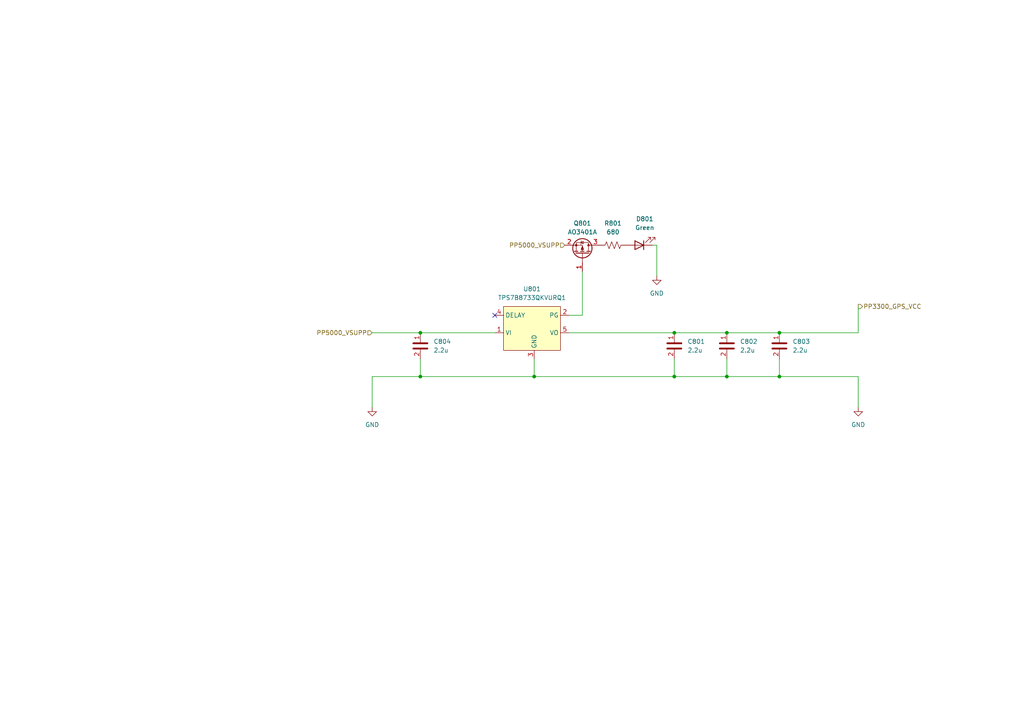
<source format=kicad_sch>
(kicad_sch (version 20250114) (generator "eeschema") (generator_version "9.0")
  (paper "A4")
  (lib_symbols
    (symbol "bfr_capacitors:CL05A225MQ5NSNC"
      (property "Reference" "C" (at 0 2.54 0))
      (property "Value" "2.2u" (at 1.27 2.54 0))
      (symbol "CL05A225MQ5NSNC_0_1"
        (polyline (pts (xy -2.032 0.762) (xy 2.032 0.762)) (stroke (width 0.508)))
        (polyline (pts (xy -2.032 -0.762) (xy 2.032 -0.762)) (stroke (width 0.508)))
      )
      (symbol "CL05A225MQ5NSNC_1_1"
        (pin passive line (at 0 3.81 270) (length 2.794) (name "~") (number "1"))
        (pin passive line (at 0 -3.81 90) (length 2.794) (name "~") (number "2"))
      )
    )
    (symbol "bfr_capacitors:CL21A225KBQNNNE"
      (property "Reference" "C" (at 0 2.54 0))
      (property "Value" "2.2u" (at 1.27 2.54 0))
      (symbol "CL21A225KBQNNNE_0_1"
        (polyline (pts (xy -2.032 0.762) (xy 2.032 0.762)) (stroke (width 0.508)))
        (polyline (pts (xy -2.032 -0.762) (xy 2.032 -0.762)) (stroke (width 0.508)))
      )
      (symbol "CL21A225KBQNNNE_1_1"
        (pin passive line (at 0 3.81 270) (length 2.794) (name "~") (number "1"))
        (pin passive line (at 0 -3.81 90) (length 2.794) (name "~") (number "2"))
      )
    )
    (symbol "bfr_diodes:KT-0805G" (pin_numbers (hide yes)) (pin_names (offset 1.016) (hide yes)) (exclude_from_sim yes)
      (property "Reference" "D" (at 0 2.54 0))
      (property "Value" "Green" (at 0 -2.54 0))
      (symbol "KT-0805G_0_1"
        (polyline (pts (xy -3.048 -0.762) (xy -4.572 -2.286) (xy -3.81 -2.286) (xy -4.572 -2.286) (xy -4.572 -1.524)))
        (polyline (pts (xy -1.778 -0.762) (xy -3.302 -2.286) (xy -2.54 -2.286) (xy -3.302 -2.286) (xy -3.302 -1.524)))
        (polyline (pts (xy -1.27 0) (xy 1.27 0)))
        (polyline (pts (xy -1.27 -1.27) (xy -1.27 1.27)) (stroke (width 0.254)))
        (polyline (pts (xy 1.27 -1.27) (xy 1.27 1.27) (xy -1.27 0) (xy 1.27 -1.27)) (stroke (width 0.254)))
      )
      (symbol "KT-0805G_1_1"
        (pin passive line (at -3.81 0 0) (length 2.54) (name "K") (number "1"))
        (pin passive line (at 3.81 0 180) (length 2.54) (name "A") (number "2"))
      )
    )
    (symbol "bfr_power_ics:TPS7B8733QKVURQ1"
      (property "Reference" "U" (at 0 7.62 0))
      (property "Value" "TPS7B8733QKVURQ1" (at 0 8.89 0))
      (symbol "TPS7B8733QKVURQ1_1_1"
        (rectangle (start -8.89 6.35) (end 7.62 -6.35) (fill (type background)))
        (pin input line (at -11.43 3.81 0) (length 2.54) (name "DELAY") (number "4"))
        (pin power_in line (at -11.43 -1.27 0) (length 2.54) (name "VI") (number "1"))
        (pin power_in line (at 0 -8.89 90) (length 2.54) (name "GND") (number "3"))
        (pin input line (at 10.16 3.81 180) (length 2.54) (name "PG") (number "2"))
        (pin power_out line (at 10.16 -1.27 180) (length 2.54) (name "VO") (number "5"))
      )
    )
    (symbol "bfr_resistors:RMCF0603FT680R" (pin_numbers (hide yes))
      (property "Reference" "R" (at 0 2.54 0))
      (property "Value" "680" (at 1.27 2.54 0))
      (symbol "RMCF0603FT680R_0_1"
        (polyline (pts (xy -2.286 0) (xy -2.54 0)))
        (polyline (pts (xy -2.286 0) (xy -1.905 1.016) (xy -1.524 0) (xy -1.143 -1.016) (xy -0.762 0)))
        (polyline (pts (xy -0.762 0) (xy -0.381 1.016) (xy 0 0) (xy 0.381 -1.016) (xy 0.762 0)))
        (polyline (pts (xy 0.762 0) (xy 1.143 1.016) (xy 1.524 0) (xy 1.905 -1.016) (xy 2.286 0)))
        (polyline (pts (xy 2.286 0) (xy 2.54 0)))
      )
      (symbol "RMCF0603FT680R_1_1"
        (pin passive line (at -3.81 0 0) (length 1.27) (name "~") (number "1"))
        (pin passive line (at 3.81 0 180) (length 1.27) (name "~") (number "2"))
      )
    )
    (symbol "bfr_transistors:AO3401A" (pin_names (offset 0) (hide yes))
      (property "Reference" "Q" (at 5.08 1.27 0))
      (property "Value" "AO3401A" (at 5.08 -1.27 0))
      (symbol "AO3401A_0_1"
        (polyline (pts (xy 0.254 1.905) (xy 0.254 -1.905)) (stroke (width 0.254)))
        (polyline (pts (xy 0.254 0) (xy -2.54 0)))
        (polyline (pts (xy 0.762 2.286) (xy 0.762 1.27)) (stroke (width 0.254)))
        (polyline (pts (xy 0.762 1.778) (xy 3.302 1.778) (xy 3.302 -1.778) (xy 0.762 -1.778)))
        (polyline (pts (xy 0.762 0.508) (xy 0.762 -0.508)) (stroke (width 0.254)))
        (polyline (pts (xy 0.762 -1.27) (xy 0.762 -2.286)) (stroke (width 0.254)))
        (circle (center 1.651 0) (radius 2.794) (stroke (width 0.254)))
        (polyline (pts (xy 2.286 0) (xy 1.27 0.381) (xy 1.27 -0.381) (xy 2.286 0)) (fill (type outline)))
        (polyline (pts (xy 2.54 2.54) (xy 2.54 1.778)))
        (circle (center 2.54 1.778) (radius 0.254) (fill (type outline)))
        (circle (center 2.54 -1.778) (radius 0.254) (fill (type outline)))
        (polyline (pts (xy 2.54 -2.54) (xy 2.54 0) (xy 0.762 0)))
        (polyline (pts (xy 2.794 -0.508) (xy 2.921 -0.381) (xy 3.683 -0.381) (xy 3.81 -0.254)))
        (polyline (pts (xy 3.302 -0.381) (xy 2.921 0.254) (xy 3.683 0.254) (xy 3.302 -0.381)))
      )
      (symbol "AO3401A_1_1"
        (pin input line (at -5.08 0 0) (length 2.54) (name "G") (number "1"))
        (pin passive line (at 2.54 5.08 270) (length 2.54) (name "D") (number "3"))
        (pin passive line (at 2.54 -5.08 90) (length 2.54) (name "S") (number "2"))
      )
    )
    (symbol "power:GND" (power) (pin_numbers (hide yes)) (pin_names (offset 0) (hide yes))
      (property "Value" "GND" (at 0 -3.81 0))
      (symbol "GND_0_1"
        (polyline (pts (xy 0 0) (xy 0 -1.27) (xy 1.27 -1.27) (xy 0 -2.54) (xy -1.27 -1.27) (xy 0 -1.27)))
      )
      (symbol "GND_1_1"
        (pin power_in line (at 0 0 270) (length 0) (name "~") (number "1"))
      )
    )
  )
  (junction (at 210.82 96.52))
  (junction (at 121.92 109.22))
  (junction (at 195.58 109.22))
  (junction (at 195.58 96.52))
  (junction (at 154.94 109.22))
  (junction (at 121.92 96.52))
  (junction (at 210.82 109.22))
  (junction (at 226.06 96.52))
  (junction (at 226.06 109.22))
  (no_connect (at 143.51 91.44))
  (wire (pts (xy 121.92 109.22) (xy 154.94 109.22)))
  (wire (pts (xy 168.91 91.44) (xy 165.1 91.44)))
  (wire (pts (xy 154.94 109.22) (xy 154.94 104.14)))
  (wire (pts (xy 248.92 109.22) (xy 248.92 118.11)))
  (wire (pts (xy 107.95 109.22) (xy 107.95 118.11)))
  (wire (pts (xy 248.92 88.9) (xy 248.92 96.52)))
  (wire (pts (xy 189.23 71.12) (xy 190.5 71.12)))
  (wire (pts (xy 121.92 96.52) (xy 143.51 96.52)))
  (wire (pts (xy 210.82 104.14) (xy 210.82 109.22)))
  (wire (pts (xy 107.95 96.52) (xy 121.92 96.52)))
  (wire (pts (xy 226.06 96.52) (xy 248.92 96.52)))
  (wire (pts (xy 121.92 109.22) (xy 107.95 109.22)))
  (wire (pts (xy 195.58 109.22) (xy 195.58 104.14)))
  (wire (pts (xy 154.94 109.22) (xy 195.58 109.22)))
  (wire (pts (xy 195.58 109.22) (xy 210.82 109.22)))
  (wire (pts (xy 190.5 71.12) (xy 190.5 80.01)))
  (wire (pts (xy 210.82 96.52) (xy 226.06 96.52)))
  (wire (pts (xy 165.1 96.52) (xy 195.58 96.52)))
  (wire (pts (xy 226.06 104.14) (xy 226.06 109.22)))
  (wire (pts (xy 195.58 96.52) (xy 210.82 96.52)))
  (wire (pts (xy 168.91 78.74) (xy 168.91 91.44)))
  (wire (pts (xy 226.06 109.22) (xy 248.92 109.22)))
  (wire (pts (xy 121.92 109.22) (xy 121.92 104.14)))
  (wire (pts (xy 210.82 109.22) (xy 226.06 109.22)))
  (hierarchical_label "PP5000_VSUPP" (shape input) (at 107.95 96.52 180))
  (hierarchical_label "PP5000_VSUPP" (shape input) (at 163.83 71.12 180))
  (hierarchical_label "PP3300_GPS_VCC" (shape output) (at 248.92 88.9 0))
  (symbol (lib_id "power:GND") (at 190.5 80.01 0) (unit 1)
    (property "Reference" "#PWR0802" (effects (hide yes)))
    (property "Value" "GND" (at 190.5 85.09 0))
    (property "Description" "Power symbol creates a global label with name \"GND\" , ground" (effects (hide yes)))
  )
  (symbol (lib_id "bfr_resistors:RMCF0603FT680R") (at 177.8 71.12 0) (unit 1)
    (property "Reference" "R801" (at 177.8 64.77 0))
    (property "Value" "680" (at 177.8 67.31 0))
    (property "Footprint" "Resistor_SMD:R_0603_1608Metric_Pad0.98x0.95mm_HandSolder" (effects (hide yes)))
    (property "Datasheet" "https://www.seielect.com/catalog/sei-rmcf_rmcp.pdf" (effects (hide yes)))
    (property "Description" "680Ω 0603 JLCPCB Basic Resistor" (effects (hide yes)))
    (property "Sim.Device" "SUBCKT" (effects (hide yes)))
    (property "Sim.Pins" "1=P1 2=P2" (effects (hide yes)))
    (property "Sim.Library" "${BFRUH_DIR}/Electronics/spice_models/bfr_resistors/RMCF0603FT680R.lib" (effects (hide yes)))
    (property "Sim.Name" "RMCF0603FT680R" (effects (hide yes)))
    (property "Pretty Name" "680Ω 0603 Resistor" (effects (hide yes)))
    (property "Order From" "LCSC" (effects (hide yes)))
    (property "Digikey P/N" "RMCF0603FT680RCT-ND" (effects (hide yes)))
    (property "Mouser P/N" "708-RMCF0603FT680R" (effects (hide yes)))
    (property "LCSC P/N" "C23228" (effects (hide yes)))
    (property "JLCPCB Basic Part" "Yes" (effects (hide yes)))
    (property "Created by" "resistor_generator.py script using e24_resistor_bible_spec.txt" (effects (hide yes)))
  )
  (symbol (lib_id "power:GND") (at 248.92 118.11 0) (unit 1)
    (property "Reference" "#PWR0801" (effects (hide yes)))
    (property "Value" "GND" (at 248.92 123.19 0))
    (property "Description" "Power symbol creates a global label with name \"GND\" , ground" (effects (hide yes)))
  )
  (symbol (lib_id "bfr_transistors:AO3401A") (at 168.91 73.66 270) (mirror x) (unit 1)
    (property "Reference" "Q801" (at 168.91 64.77 90))
    (property "Value" "AO3401A" (at 168.91 67.31 90))
    (property "Footprint" "Package_TO_SOT_SMD:SOT-23-3" (effects (hide yes)))
    (property "Datasheet" "https://aosmd.com/sites/default/files/res/datasheets/AO3401A.pdf" (effects (hide yes)))
    (property "Description" "41mΩ 30V SOT23-3 AO3401A p-MOSFET" (effects (hide yes)))
    (property "Order From" "LCSC" (effects (hide yes)))
    (property "LCSC P/N" "C15127" (effects (hide yes)))
    (property "Digikey P/N" "785-1001-1-ND" (effects (hide yes)))
    (property "Mouser P/N" "78-SI2371EDS-T1-BE3" (effects (hide yes)))
    (property "JLCPCB Basic Part" "Yes" (effects (hide yes)))
    (property "Pretty Name" "AO3401A p-MOSFET" (effects (hide yes)))
    (property "Created by" "Manual Entry" (effects (hide yes)))
    (property "Sim.Library" "${BFRUH_DIR}\\Electronics\\spice_models\\bfr_transistors\\AO3401A.lib" (effects (hide yes)))
    (property "Sim.Name" "AO3401A" (effects (hide yes)))
    (property "Sim.Device" "SUBCKT" (effects (hide yes)))
    (property "Sim.Pins" "1=1 2=2 3=4" (effects (hide yes)))
  )
  (symbol (lib_id "bfr_diodes:KT-0805G") (at 185.42 71.12 180) (unit 1) (exclude_from_sim yes)
    (property "Reference" "D801" (at 187.0075 63.5 0))
    (property "Value" "Green" (at 187.0075 66.04 0))
    (property "Footprint" "Diode_SMD:D_0805_2012Metric_Pad1.15x1.40mm_HandSolder" (effects (hide yes)))
    (property "Datasheet" "https://www.lcsc.com/datasheet/lcsc_datasheet_1806151129_Hubei-KENTO-Elec-KT-0805Y_C2296.pdf" (effects (hide yes)))
    (property "Description" "20mA 2.85V Green 0805 JLCPCB Basic LED" (effects (hide yes)))
    (property "Order From" "LCSC" (effects (hide yes)))
    (property "Digikey P/N" "846-SMLMN2ECTT86CCT-ND" (effects (hide yes)))
    (property "Mouser P/N" "755-SMLMN2ECTT86C" (effects (hide yes)))
    (property "LCSC P/N" "C2297" (effects (hide yes)))
    (property "JLCPCB Basic Part" "Yes" (effects (hide yes)))
    (property "Created by" "Manual entry" (effects (hide yes)))
    (property "Pretty Name" "Green 0805 LED" (effects (hide yes)))
  )
  (symbol (lib_id "bfr_capacitors:CL05A225MQ5NSNC") (at 210.82 100.33 0) (unit 1)
    (property "Reference" "C802" (at 214.63 99.0599 0) (effects (justify left)))
    (property "Value" "2.2u" (at 214.63 101.5999 0) (effects (justify left)))
    (property "Footprint" "Capacitor_SMD:C_0402_1005Metric_Pad0.74x0.62mm_HandSolder" (effects (hide yes)))
    (property "Description" "2.2uF±20% X5R 6.3V JLCPCB Basic 0402 Capacitor" (effects (hide yes)))
    (property "Sim.Device" "SUBCKT" (effects (hide yes)))
    (property "Sim.Pins" "1=P1 2=P2" (effects (hide yes)))
    (property "Sim.Library" "${BFRUH_DIR}/Electronics/spice_models/bfr_capacitors/CL05A225MQ5NSNC.lib" (effects (hide yes)))
    (property "Sim.Name" "CL05A225MQ5NSNC" (effects (hide yes)))
    (property "Pretty Name" "2.2uF X5R 6.3V 0402 Capacitor" (effects (hide yes)))
    (property "Order From" "LCSC" (effects (hide yes)))
    (property "LCSC P/N" "C12530" (effects (hide yes)))
    (property "JLCPCB Basic Part" "Yes" (effects (hide yes)))
    (property "Created by" "capacitor_generator.py script using jlcbasic_additional_capacitor_spec.txt" (effects (hide yes)))
  )
  (symbol (lib_id "bfr_power_ics:TPS7B8733QKVURQ1") (at 154.94 95.25 0) (unit 1)
    (property "Reference" "U801" (at 154.305 83.82 0))
    (property "Value" "TPS7B8733QKVURQ1" (at 154.305 86.36 0))
    (property "Footprint" "Package_TO_SOT_SMD:TO-252-5_TabPin3" (effects (hide yes)))
    (property "Datasheet" "https://www.ti.com/lit/ds/symlink/tps7b87-q1.pdf" (effects (hide yes)))
    (property "Description" "High Frequency PSRR LDO, 500mA, 3-40Vin, 3.3Vout, 475mVdrop, 70dB PSRR @500kHz, PGOOD" (effects (hide yes)))
    (property "Manufacturer P/N" "TPS7B8733QKVURQ1" (effects (hide yes)))
    (property "Manufacturer" "Texas Instruments" (effects (hide yes)))
    (property "Digikey P/N" "296-TPS7B8733QKVURQ1CT-ND" (effects (hide yes)))
    (property "Mouser P/N" "595-TPS7B8733QKVURQ1 " (effects (hide yes)))
    (property "LCSC P/N" "C3752877" (effects (hide yes)))
    (property "JLC Basic Part" "No" (effects (hide yes)))
    (property "Order From" "Mouser" (effects (hide yes)))
    (property "Created By" "Manual Entry" (effects (hide yes)))
  )
  (symbol (lib_id "bfr_capacitors:CL05A225MQ5NSNC") (at 195.58 100.33 0) (unit 1)
    (property "Reference" "C801" (at 199.39 99.0599 0) (effects (justify left)))
    (property "Value" "2.2u" (at 199.39 101.5999 0) (effects (justify left)))
    (property "Footprint" "Capacitor_SMD:C_0402_1005Metric_Pad0.74x0.62mm_HandSolder" (effects (hide yes)))
    (property "Description" "2.2uF±20% X5R 6.3V JLCPCB Basic 0402 Capacitor" (effects (hide yes)))
    (property "Sim.Device" "SUBCKT" (effects (hide yes)))
    (property "Sim.Pins" "1=P1 2=P2" (effects (hide yes)))
    (property "Sim.Library" "${BFRUH_DIR}/Electronics/spice_models/bfr_capacitors/CL05A225MQ5NSNC.lib" (effects (hide yes)))
    (property "Sim.Name" "CL05A225MQ5NSNC" (effects (hide yes)))
    (property "Pretty Name" "2.2uF X5R 6.3V 0402 Capacitor" (effects (hide yes)))
    (property "Order From" "LCSC" (effects (hide yes)))
    (property "LCSC P/N" "C12530" (effects (hide yes)))
    (property "JLCPCB Basic Part" "Yes" (effects (hide yes)))
    (property "Created by" "capacitor_generator.py script using jlcbasic_additional_capacitor_spec.txt" (effects (hide yes)))
  )
  (symbol (lib_id "power:GND") (at 107.95 118.11 0) (mirror y) (unit 1)
    (property "Reference" "#PWR0803" (effects (hide yes)))
    (property "Value" "GND" (at 107.95 123.19 0))
    (property "Description" "Power symbol creates a global label with name \"GND\" , ground" (effects (hide yes)))
  )
  (symbol (lib_id "bfr_capacitors:CL05A225MQ5NSNC") (at 226.06 100.33 0) (unit 1)
    (property "Reference" "C803" (at 229.87 99.0599 0) (effects (justify left)))
    (property "Value" "2.2u" (at 229.87 101.5999 0) (effects (justify left)))
    (property "Footprint" "Capacitor_SMD:C_0402_1005Metric_Pad0.74x0.62mm_HandSolder" (effects (hide yes)))
    (property "Description" "2.2uF±20% X5R 6.3V JLCPCB Basic 0402 Capacitor" (effects (hide yes)))
    (property "Sim.Device" "SUBCKT" (effects (hide yes)))
    (property "Sim.Pins" "1=P1 2=P2" (effects (hide yes)))
    (property "Sim.Library" "${BFRUH_DIR}/Electronics/spice_models/bfr_capacitors/CL05A225MQ5NSNC.lib" (effects (hide yes)))
    (property "Sim.Name" "CL05A225MQ5NSNC" (effects (hide yes)))
    (property "Pretty Name" "2.2uF X5R 6.3V 0402 Capacitor" (effects (hide yes)))
    (property "Order From" "LCSC" (effects (hide yes)))
    (property "LCSC P/N" "C12530" (effects (hide yes)))
    (property "JLCPCB Basic Part" "Yes" (effects (hide yes)))
    (property "Created by" "capacitor_generator.py script using jlcbasic_additional_capacitor_spec.txt" (effects (hide yes)))
  )
  (symbol (lib_id "bfr_capacitors:CL21A225KBQNNNE") (at 121.92 100.33 0) (unit 1)
    (property "Reference" "C804" (at 125.73 99.0599 0) (effects (justify left)))
    (property "Value" "2.2u" (at 125.73 101.5999 0) (effects (justify left)))
    (property "Footprint" "Capacitor_SMD:C_0805_2012Metric_Pad1.18x1.45mm_HandSolder" (effects (hide yes)))
    (property "Description" "2.2uF±10% X5R 50V JLCPCB Basic 0805 Capacitor" (effects (hide yes)))
    (property "Sim.Device" "SUBCKT" (effects (hide yes)))
    (property "Sim.Pins" "1=P1 2=P2" (effects (hide yes)))
    (property "Sim.Library" "${BFRUH_DIR}/Electronics/spice_models/bfr_capacitors/CL21A225KBQNNNE.lib" (effects (hide yes)))
    (property "Sim.Name" "CL21A225KBQNNNE" (effects (hide yes)))
    (property "Pretty Name" "2.2uF X5R 50V 0805 Capacitor" (effects (hide yes)))
    (property "Order From" "LCSC" (effects (hide yes)))
    (property "LCSC P/N" "C377773" (effects (hide yes)))
    (property "JLCPCB Basic Part" "Yes" (effects (hide yes)))
    (property "Created by" "capacitor_generator.py script using jlcbasic_additional_capacitor_spec.txt" (effects (hide yes)))
  )
)
</source>
